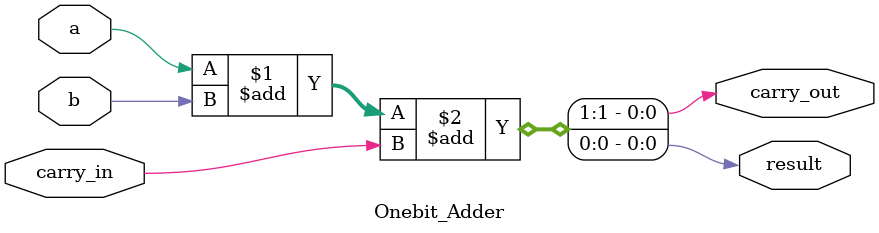
<source format=v>
module Onebit_Adder(a,b,carry_in,carry_out,result);

	input a,b,carry_in;
	output carry_out,result;

	assign {carry_out,result} = a+b+carry_in;
	
endmodule

</source>
